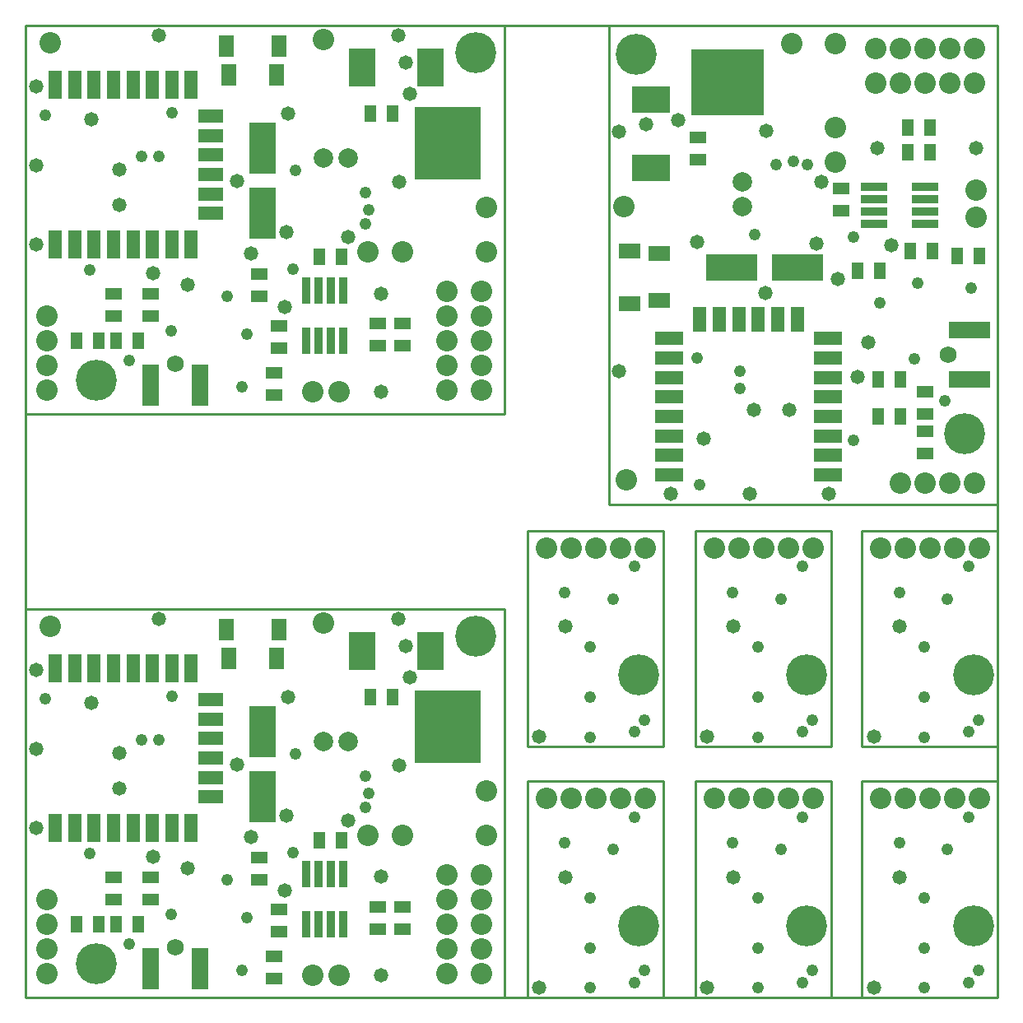
<source format=gbs>
%FSLAX25Y25*%
%MOIN*%
G70*
G01*
G75*
G04 Layer_Color=16711935*
%ADD10R,0.01772X0.06299*%
%ADD11R,0.06299X0.13386*%
%ADD12R,0.01654X0.05512*%
%ADD13R,0.05512X0.07087*%
%ADD14R,0.05000X0.03500*%
%ADD15R,0.09000X0.15000*%
%ADD16R,0.08465X0.05000*%
%ADD17R,0.15000X0.28000*%
%ADD18R,0.07874X0.15748*%
%ADD19R,0.05906X0.15748*%
%ADD20R,0.06600X0.01700*%
%ADD21R,0.07087X0.05512*%
%ADD22R,0.11024X0.07874*%
%ADD23R,0.03300X0.03150*%
%ADD24R,0.04724X0.04724*%
%ADD25R,0.03937X0.05906*%
%ADD26R,0.05906X0.03937*%
%ADD27R,0.15748X0.07874*%
%ADD28R,0.03500X0.05000*%
%ADD29R,0.15748X0.05906*%
%ADD30R,0.07874X0.11024*%
%ADD31R,0.04724X0.04724*%
%ADD32R,0.05512X0.01654*%
%ADD33R,0.06299X0.01772*%
%ADD34R,0.13386X0.06299*%
%ADD35R,0.15000X0.09000*%
%ADD36R,0.05000X0.08465*%
%ADD37R,0.28000X0.15000*%
%ADD38C,0.04000*%
%ADD39C,0.01800*%
%ADD40C,0.02000*%
%ADD41C,0.01500*%
%ADD42C,0.02500*%
%ADD43C,0.03000*%
%ADD44C,0.01000*%
%ADD45C,0.05000*%
%ADD46R,0.27700X0.02100*%
%ADD47R,0.01900X0.03800*%
%ADD48R,0.35700X0.03400*%
%ADD49R,0.02100X0.27700*%
%ADD50R,0.03800X0.01900*%
%ADD51R,0.03400X0.35700*%
%ADD52R,0.08200X0.15600*%
%ADD53R,0.05512X0.07874*%
%ADD54R,0.05118X0.07874*%
%ADD55C,0.07874*%
%ADD56C,0.07087*%
%ADD57R,0.07874X0.05512*%
%ADD58R,0.07874X0.05118*%
%ADD59C,0.15800*%
%ADD60C,0.03937*%
%ADD61C,0.04000*%
%ADD62C,0.05000*%
%ADD63C,0.06000*%
%ADD64R,0.26000X0.28400*%
%ADD65R,0.03000X0.10000*%
%ADD66R,0.10000X0.20000*%
%ADD67R,0.09449X0.04724*%
%ADD68R,0.04724X0.11024*%
%ADD69R,0.09843X0.14961*%
%ADD70R,0.14961X0.09843*%
%ADD71R,0.20000X0.10000*%
%ADD72R,0.10000X0.03000*%
%ADD73R,0.04724X0.09449*%
%ADD74R,0.11024X0.04724*%
%ADD75R,0.28400X0.26000*%
%ADD76C,0.03500*%
%ADD77R,0.21028X0.12517*%
%ADD78R,0.12517X0.21028*%
%ADD79R,0.20200X0.15600*%
%ADD80C,0.00200*%
%ADD81C,0.00394*%
%ADD82C,0.00591*%
%ADD83C,0.00787*%
%ADD84C,0.00500*%
%ADD85C,0.00050*%
%ADD86C,0.00800*%
%ADD87R,0.02300X0.06299*%
%ADD88R,0.12100X0.11300*%
%ADD89R,0.06299X0.02100*%
%ADD90R,0.06299X0.02300*%
%ADD91R,0.02100X0.06299*%
%ADD92R,0.11300X0.12100*%
%ADD93R,0.02572X0.07099*%
%ADD94R,0.07099X0.14186*%
%ADD95R,0.02454X0.06312*%
%ADD96R,0.06312X0.07887*%
%ADD97R,0.05800X0.04300*%
%ADD98R,0.09800X0.15800*%
%ADD99R,0.09265X0.05800*%
%ADD100R,0.15800X0.28800*%
%ADD101R,0.08674X0.16548*%
%ADD102R,0.06706X0.16548*%
%ADD103R,0.07400X0.02500*%
%ADD104R,0.07887X0.06312*%
%ADD105R,0.11824X0.08674*%
%ADD106R,0.04100X0.03950*%
%ADD107R,0.05524X0.05524*%
%ADD108R,0.04737X0.06706*%
%ADD109R,0.06706X0.04737*%
%ADD110R,0.16548X0.08674*%
%ADD111R,0.04300X0.05800*%
%ADD112R,0.16548X0.06706*%
%ADD113R,0.08674X0.11824*%
%ADD114R,0.05524X0.05524*%
%ADD115R,0.06312X0.02454*%
%ADD116R,0.07099X0.02572*%
%ADD117R,0.14186X0.07099*%
%ADD118R,0.15800X0.09800*%
%ADD119R,0.05800X0.09265*%
%ADD120R,0.28800X0.15800*%
%ADD121R,0.06312X0.08674*%
%ADD122R,0.05918X0.08674*%
%ADD123C,0.08674*%
%ADD124C,0.07887*%
%ADD125R,0.08674X0.06312*%
%ADD126R,0.08674X0.05918*%
%ADD127C,0.16600*%
%ADD128C,0.04737*%
%ADD129C,0.04800*%
%ADD130C,0.05800*%
%ADD131C,0.06800*%
%ADD132R,0.26800X0.29200*%
%ADD133R,0.03800X0.10800*%
%ADD134R,0.10800X0.20800*%
%ADD135R,0.10249X0.05524*%
%ADD136R,0.05524X0.11824*%
%ADD137R,0.10642X0.15761*%
%ADD138R,0.15761X0.10642*%
%ADD139R,0.20800X0.10800*%
%ADD140R,0.10800X0.03800*%
%ADD141R,0.05524X0.10249*%
%ADD142R,0.11824X0.05524*%
%ADD143R,0.29200X0.26800*%
D44*
X0Y0D02*
Y393701D01*
Y0D02*
X393701D01*
Y393701D01*
X0D02*
X393701D01*
X194000Y236300D02*
Y393700D01*
X0D02*
X194000D01*
X0Y236300D02*
X194000D01*
X0D02*
Y393700D01*
X194000Y0D02*
Y157400D01*
X0D02*
X194000D01*
X0Y0D02*
X194000D01*
X0D02*
Y157400D01*
X236300Y393700D02*
X393700D01*
X236300Y199700D02*
Y393700D01*
X393700Y199700D02*
Y393700D01*
X236300Y199700D02*
X393700D01*
X338700Y0D02*
Y87500D01*
Y0D02*
X393700D01*
X338700Y87500D02*
X393700D01*
Y0D02*
Y87500D01*
X271300Y0D02*
Y87500D01*
Y0D02*
X326300D01*
X271300Y87500D02*
X326300D01*
Y0D02*
Y87500D01*
X203300Y0D02*
Y87500D01*
Y0D02*
X258300D01*
X203300Y87500D02*
X258300D01*
Y0D02*
Y87500D01*
Y101500D02*
Y189000D01*
X203300D02*
X258300D01*
X203300Y101500D02*
X258300D01*
X203300D02*
Y189000D01*
X326300Y101500D02*
Y189000D01*
X271300D02*
X326300D01*
X271300Y101500D02*
X326300D01*
X271300D02*
Y189000D01*
X393700Y101500D02*
Y189000D01*
X338700D02*
X393700D01*
X338700Y101500D02*
X393700D01*
X338700D02*
Y189000D01*
D102*
X50500Y247800D02*
D03*
X70500D02*
D03*
X50500Y11500D02*
D03*
X70500D02*
D03*
D108*
X346000Y294200D02*
D03*
X337000D02*
D03*
X358200Y302200D02*
D03*
X367200D02*
D03*
X357200Y342200D02*
D03*
X366200D02*
D03*
X377200Y300200D02*
D03*
X386200D02*
D03*
X366200Y352200D02*
D03*
X357200D02*
D03*
X345200Y235300D02*
D03*
X354200D02*
D03*
X345200Y250200D02*
D03*
X354200D02*
D03*
X139500Y121500D02*
D03*
X148500D02*
D03*
X128000Y63500D02*
D03*
X119000D02*
D03*
X29500Y29500D02*
D03*
X20500D02*
D03*
X36500D02*
D03*
X45500D02*
D03*
X139500Y357800D02*
D03*
X148500D02*
D03*
X128000Y299800D02*
D03*
X119000D02*
D03*
X29500Y265800D02*
D03*
X20500D02*
D03*
X36500D02*
D03*
X45500D02*
D03*
D109*
X50500Y284800D02*
D03*
Y275800D02*
D03*
X272200Y339200D02*
D03*
Y348200D02*
D03*
X330200Y327700D02*
D03*
Y318700D02*
D03*
X364200Y229200D02*
D03*
Y220200D02*
D03*
Y236200D02*
D03*
Y245200D02*
D03*
X94500Y47700D02*
D03*
Y56700D02*
D03*
X102500Y35500D02*
D03*
Y26500D02*
D03*
X142500Y36500D02*
D03*
Y27500D02*
D03*
X100500Y16500D02*
D03*
Y7500D02*
D03*
X152500Y27500D02*
D03*
Y36500D02*
D03*
X35600Y48500D02*
D03*
Y39500D02*
D03*
X50500Y48500D02*
D03*
Y39500D02*
D03*
X94500Y284000D02*
D03*
Y293000D02*
D03*
X102500Y271800D02*
D03*
Y262800D02*
D03*
X142500Y272800D02*
D03*
Y263800D02*
D03*
X100500Y252800D02*
D03*
Y243800D02*
D03*
X152500Y263800D02*
D03*
Y272800D02*
D03*
X35600Y284800D02*
D03*
Y275800D02*
D03*
D112*
X382200Y250200D02*
D03*
Y270200D02*
D03*
D121*
X81272Y385417D02*
D03*
X102728D02*
D03*
X81272Y149117D02*
D03*
X102728D02*
D03*
D122*
X101547Y373487D02*
D03*
X82453D02*
D03*
X101547Y137187D02*
D03*
X82453D02*
D03*
D123*
X120500Y387800D02*
D03*
X138500Y302000D02*
D03*
X186500D02*
D03*
X116300Y245200D02*
D03*
X127100D02*
D03*
X170500Y285800D02*
D03*
Y245800D02*
D03*
Y255800D02*
D03*
Y265800D02*
D03*
Y275800D02*
D03*
X346200Y80500D02*
D03*
X386200D02*
D03*
X376200D02*
D03*
X366200D02*
D03*
X356200D02*
D03*
X8500Y245800D02*
D03*
Y255800D02*
D03*
Y265800D02*
D03*
Y275800D02*
D03*
X346200Y182000D02*
D03*
X386200D02*
D03*
X376200D02*
D03*
X366200D02*
D03*
X356200D02*
D03*
X278800D02*
D03*
X318800D02*
D03*
X308800D02*
D03*
X298800D02*
D03*
X288800D02*
D03*
X210800D02*
D03*
X250800D02*
D03*
X240800D02*
D03*
X230800D02*
D03*
X220800D02*
D03*
X210800Y80500D02*
D03*
X250800D02*
D03*
X240800D02*
D03*
X230800D02*
D03*
X220800D02*
D03*
X278800D02*
D03*
X318800D02*
D03*
X308800D02*
D03*
X298800D02*
D03*
X288800D02*
D03*
X344200Y384200D02*
D03*
X384200D02*
D03*
X374200D02*
D03*
X364200D02*
D03*
X354200D02*
D03*
X384200Y208200D02*
D03*
X374200D02*
D03*
X364200D02*
D03*
X354200D02*
D03*
X384800Y316000D02*
D03*
Y326800D02*
D03*
X243300Y209700D02*
D03*
X310200Y386200D02*
D03*
X242200Y320200D02*
D03*
X328000Y352200D02*
D03*
Y338200D02*
D03*
Y386200D02*
D03*
X344200Y370200D02*
D03*
X384200D02*
D03*
X374200D02*
D03*
X364200D02*
D03*
X354200D02*
D03*
X184500Y49500D02*
D03*
Y9500D02*
D03*
Y19500D02*
D03*
Y29500D02*
D03*
Y39500D02*
D03*
X8500Y9500D02*
D03*
Y19500D02*
D03*
Y29500D02*
D03*
Y39500D02*
D03*
X116300Y8900D02*
D03*
X127100D02*
D03*
X10000Y150400D02*
D03*
X186500Y83500D02*
D03*
X120500Y151500D02*
D03*
X152500Y65700D02*
D03*
X138500D02*
D03*
X186500D02*
D03*
X170500Y49500D02*
D03*
Y9500D02*
D03*
Y19500D02*
D03*
Y29500D02*
D03*
Y39500D02*
D03*
X184500Y285800D02*
D03*
Y245800D02*
D03*
Y255800D02*
D03*
Y265800D02*
D03*
Y275800D02*
D03*
X10000Y386700D02*
D03*
X186500Y319800D02*
D03*
X152500Y302000D02*
D03*
D124*
X120500Y339800D02*
D03*
X130500D02*
D03*
X290200Y320200D02*
D03*
Y330200D02*
D03*
X120500Y103500D02*
D03*
X130500D02*
D03*
D125*
X244584Y280972D02*
D03*
Y302428D02*
D03*
D126*
X256513Y301247D02*
D03*
Y282153D02*
D03*
D127*
X182300Y382700D02*
D03*
X28500Y249800D02*
D03*
X182300Y146400D02*
D03*
X28500Y13500D02*
D03*
X247300Y382000D02*
D03*
X380200Y228200D02*
D03*
X383800Y29000D02*
D03*
X316400D02*
D03*
X248400D02*
D03*
Y130500D02*
D03*
X316400D02*
D03*
X383800D02*
D03*
D128*
X170295Y357611D02*
D03*
X173051Y345800D02*
D03*
X166752Y339501D02*
D03*
X170295Y333989D02*
D03*
X166752Y345800D02*
D03*
X173051Y339501D02*
D03*
X166752Y352099D02*
D03*
X173051D02*
D03*
X272389Y369995D02*
D03*
X284200Y372751D02*
D03*
X290499Y366452D02*
D03*
X296011Y369995D02*
D03*
X284200Y366452D02*
D03*
X290499Y372751D02*
D03*
X277901Y366452D02*
D03*
Y372751D02*
D03*
X170295Y121311D02*
D03*
X173051Y109500D02*
D03*
X166752Y103201D02*
D03*
X170295Y97689D02*
D03*
X166752Y109500D02*
D03*
X173051Y103201D02*
D03*
X166752Y115799D02*
D03*
X173051D02*
D03*
D129*
X108400Y294800D02*
D03*
X137717Y313283D02*
D03*
X138800Y319000D02*
D03*
X137700Y326000D02*
D03*
X81700Y284000D02*
D03*
X89700Y268600D02*
D03*
X87500Y247200D02*
D03*
X58800Y269900D02*
D03*
X109300Y334800D02*
D03*
X41900Y257800D02*
D03*
X46900Y340700D02*
D03*
X59200Y358200D02*
D03*
X26000Y294700D02*
D03*
X53900Y340700D02*
D03*
X8000Y357200D02*
D03*
X108400Y58500D02*
D03*
X137717Y76983D02*
D03*
X138800Y82700D02*
D03*
X137700Y89700D02*
D03*
X81700Y47700D02*
D03*
X89700Y32300D02*
D03*
X87500Y10900D02*
D03*
X58800Y33600D02*
D03*
X109300Y98500D02*
D03*
X41900Y21500D02*
D03*
X46900Y104400D02*
D03*
X59200Y121900D02*
D03*
X26000Y58400D02*
D03*
X53900Y104400D02*
D03*
X8000Y120900D02*
D03*
X335200Y308100D02*
D03*
X316717Y337417D02*
D03*
X311000Y338500D02*
D03*
X304000Y337400D02*
D03*
X346000Y281400D02*
D03*
X361400Y289400D02*
D03*
X382800Y287200D02*
D03*
X360100Y258500D02*
D03*
X295200Y309000D02*
D03*
X372200Y241600D02*
D03*
X289300Y246600D02*
D03*
X271800Y258900D02*
D03*
X335300Y225700D02*
D03*
X289300Y253600D02*
D03*
X272800Y207700D02*
D03*
X353800Y62600D02*
D03*
X382100Y73100D02*
D03*
X373400Y59800D02*
D03*
X385900Y10800D02*
D03*
X381900Y6000D02*
D03*
X364100Y40400D02*
D03*
Y20000D02*
D03*
Y3900D02*
D03*
X286400Y62600D02*
D03*
X314700Y73100D02*
D03*
X306000Y59800D02*
D03*
X318500Y10800D02*
D03*
X314500Y6000D02*
D03*
X296700Y40400D02*
D03*
Y20000D02*
D03*
Y3900D02*
D03*
X218400Y62600D02*
D03*
X246700Y73100D02*
D03*
X238000Y59800D02*
D03*
X250500Y10800D02*
D03*
X246500Y6000D02*
D03*
X228700Y40400D02*
D03*
Y20000D02*
D03*
Y3900D02*
D03*
Y105400D02*
D03*
Y121500D02*
D03*
Y141900D02*
D03*
X246500Y107500D02*
D03*
X250500Y112300D02*
D03*
X238000Y161300D02*
D03*
X246700Y174600D02*
D03*
X218400Y164100D02*
D03*
X296700Y105400D02*
D03*
Y121500D02*
D03*
Y141900D02*
D03*
X314500Y107500D02*
D03*
X318500Y112300D02*
D03*
X306000Y161300D02*
D03*
X314700Y174600D02*
D03*
X286400Y164100D02*
D03*
X364100Y105400D02*
D03*
Y121500D02*
D03*
Y141900D02*
D03*
X381900Y107500D02*
D03*
X385900Y112300D02*
D03*
X373400Y161300D02*
D03*
X382100Y174600D02*
D03*
X353800Y164100D02*
D03*
D130*
X105500Y309800D02*
D03*
X130700Y307800D02*
D03*
X91200Y301200D02*
D03*
X104900Y279500D02*
D03*
X65500Y288700D02*
D03*
X26500Y355500D02*
D03*
X85700Y330500D02*
D03*
X155600Y365800D02*
D03*
X154000Y378600D02*
D03*
X38100Y335200D02*
D03*
X106400Y358000D02*
D03*
X144100Y245200D02*
D03*
X151400Y330200D02*
D03*
X144100Y285100D02*
D03*
X4300Y368800D02*
D03*
Y336800D02*
D03*
Y304800D02*
D03*
X38100Y320800D02*
D03*
X53900Y389600D02*
D03*
X150800D02*
D03*
X51500Y293200D02*
D03*
X105500Y73500D02*
D03*
X130700Y71500D02*
D03*
X91200Y64900D02*
D03*
X104900Y43200D02*
D03*
X65500Y52400D02*
D03*
X26500Y119200D02*
D03*
X85700Y94200D02*
D03*
X155600Y129500D02*
D03*
X154000Y142300D02*
D03*
X38100Y98900D02*
D03*
X106400Y121700D02*
D03*
X144100Y8900D02*
D03*
X151400Y93900D02*
D03*
X144100Y48800D02*
D03*
X4300Y132500D02*
D03*
Y100500D02*
D03*
Y68500D02*
D03*
X38100Y84500D02*
D03*
X53900Y153300D02*
D03*
X150800D02*
D03*
X51500Y56900D02*
D03*
X320200Y305200D02*
D03*
X322200Y330400D02*
D03*
X328800Y290900D02*
D03*
X350500Y304600D02*
D03*
X341300Y265200D02*
D03*
X274500Y226200D02*
D03*
X299500Y285400D02*
D03*
X264200Y355300D02*
D03*
X251400Y353700D02*
D03*
X294800Y237800D02*
D03*
X272000Y306100D02*
D03*
X384800Y343800D02*
D03*
X299800Y351100D02*
D03*
X344900Y343800D02*
D03*
X261200Y204000D02*
D03*
X293200D02*
D03*
X325200D02*
D03*
X309200Y237800D02*
D03*
X240400Y253600D02*
D03*
Y350500D02*
D03*
X336800Y251200D02*
D03*
X354000Y48700D02*
D03*
X343500Y4100D02*
D03*
X286600Y48700D02*
D03*
X276100Y4100D02*
D03*
X218600Y48700D02*
D03*
X208100Y4100D02*
D03*
Y105600D02*
D03*
X218600Y150200D02*
D03*
X276100Y105600D02*
D03*
X286600Y150200D02*
D03*
X343500Y105600D02*
D03*
X354000Y150200D02*
D03*
D131*
X70500Y243800D02*
D03*
X50500D02*
D03*
X60500Y256500D02*
D03*
X70500Y7500D02*
D03*
X50500D02*
D03*
X60500Y20200D02*
D03*
X386200Y270200D02*
D03*
Y250200D02*
D03*
X373500Y260200D02*
D03*
D132*
X170900Y345800D02*
D03*
Y109500D02*
D03*
D133*
X113500Y286300D02*
D03*
X118500D02*
D03*
X123500D02*
D03*
X128500D02*
D03*
X123500Y265800D02*
D03*
X118500D02*
D03*
X128500D02*
D03*
X113500D02*
D03*
Y50000D02*
D03*
X118500D02*
D03*
X123500D02*
D03*
X128500D02*
D03*
X123500Y29500D02*
D03*
X118500D02*
D03*
X128500D02*
D03*
X113500D02*
D03*
D134*
X96000Y343900D02*
D03*
Y317500D02*
D03*
Y107600D02*
D03*
Y81200D02*
D03*
D135*
X74992Y317519D02*
D03*
Y325393D02*
D03*
Y333267D02*
D03*
Y341141D02*
D03*
Y349015D02*
D03*
Y356889D02*
D03*
Y81219D02*
D03*
Y89093D02*
D03*
Y96967D02*
D03*
Y104841D02*
D03*
Y112715D02*
D03*
Y120589D02*
D03*
D136*
X67118Y369487D02*
D03*
X59244D02*
D03*
X51370D02*
D03*
X43496D02*
D03*
X35622D02*
D03*
X27748D02*
D03*
X19874D02*
D03*
X12000D02*
D03*
Y304921D02*
D03*
X19874D02*
D03*
X27748D02*
D03*
X35622D02*
D03*
X43496D02*
D03*
X51370D02*
D03*
X59244D02*
D03*
X67118D02*
D03*
Y133187D02*
D03*
X59244D02*
D03*
X51370D02*
D03*
X43496D02*
D03*
X35622D02*
D03*
X27748D02*
D03*
X19874D02*
D03*
X12000D02*
D03*
Y68621D02*
D03*
X19874D02*
D03*
X27748D02*
D03*
X35622D02*
D03*
X43496D02*
D03*
X51370D02*
D03*
X59244D02*
D03*
X67118D02*
D03*
D137*
X136409Y376700D02*
D03*
X163969D02*
D03*
X136409Y140400D02*
D03*
X163969D02*
D03*
D138*
X253300Y336109D02*
D03*
Y363668D02*
D03*
D139*
X286100Y295700D02*
D03*
X312500D02*
D03*
D140*
X343700Y313200D02*
D03*
Y318200D02*
D03*
Y323200D02*
D03*
Y328200D02*
D03*
X364200Y323200D02*
D03*
Y318200D02*
D03*
Y328200D02*
D03*
Y313200D02*
D03*
D141*
X312481Y274692D02*
D03*
X304607D02*
D03*
X296733D02*
D03*
X288859D02*
D03*
X280985D02*
D03*
X273111D02*
D03*
D142*
X260513Y266818D02*
D03*
Y258944D02*
D03*
Y251070D02*
D03*
Y243196D02*
D03*
Y235322D02*
D03*
Y227448D02*
D03*
Y219574D02*
D03*
Y211700D02*
D03*
X325079D02*
D03*
Y219574D02*
D03*
Y227448D02*
D03*
Y235322D02*
D03*
Y243196D02*
D03*
Y251070D02*
D03*
Y258944D02*
D03*
Y266818D02*
D03*
D143*
X284200Y370600D02*
D03*
M02*

</source>
